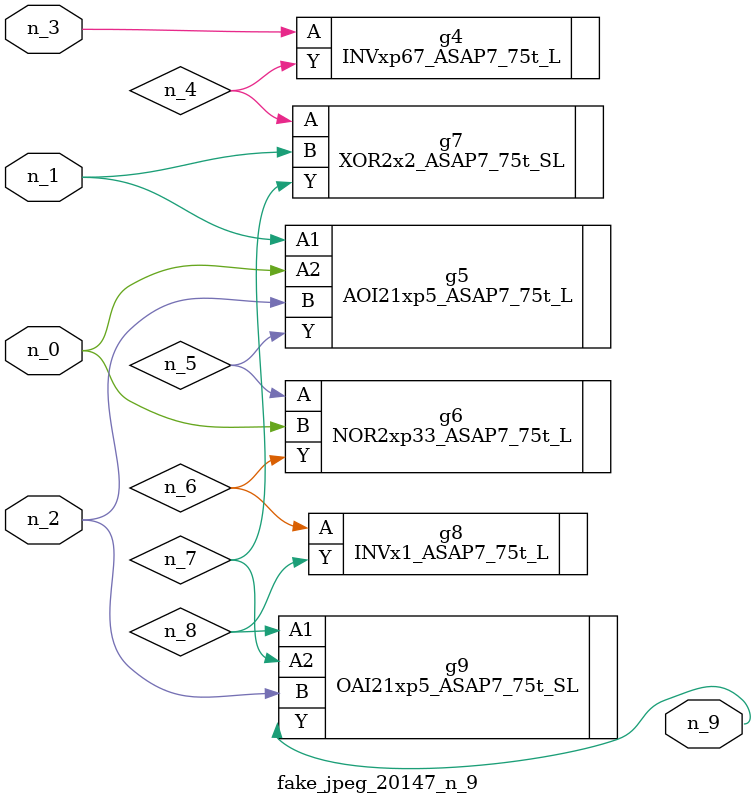
<source format=v>
module fake_jpeg_20147_n_9 (n_0, n_3, n_2, n_1, n_9);

input n_0;
input n_3;
input n_2;
input n_1;

output n_9;

wire n_4;
wire n_8;
wire n_6;
wire n_5;
wire n_7;

INVxp67_ASAP7_75t_L g4 ( 
.A(n_3),
.Y(n_4)
);

AOI21xp5_ASAP7_75t_L g5 ( 
.A1(n_1),
.A2(n_0),
.B(n_2),
.Y(n_5)
);

NOR2xp33_ASAP7_75t_L g6 ( 
.A(n_5),
.B(n_0),
.Y(n_6)
);

INVx1_ASAP7_75t_L g8 ( 
.A(n_6),
.Y(n_8)
);

XOR2x2_ASAP7_75t_SL g7 ( 
.A(n_4),
.B(n_1),
.Y(n_7)
);

OAI21xp5_ASAP7_75t_SL g9 ( 
.A1(n_8),
.A2(n_7),
.B(n_2),
.Y(n_9)
);


endmodule
</source>
